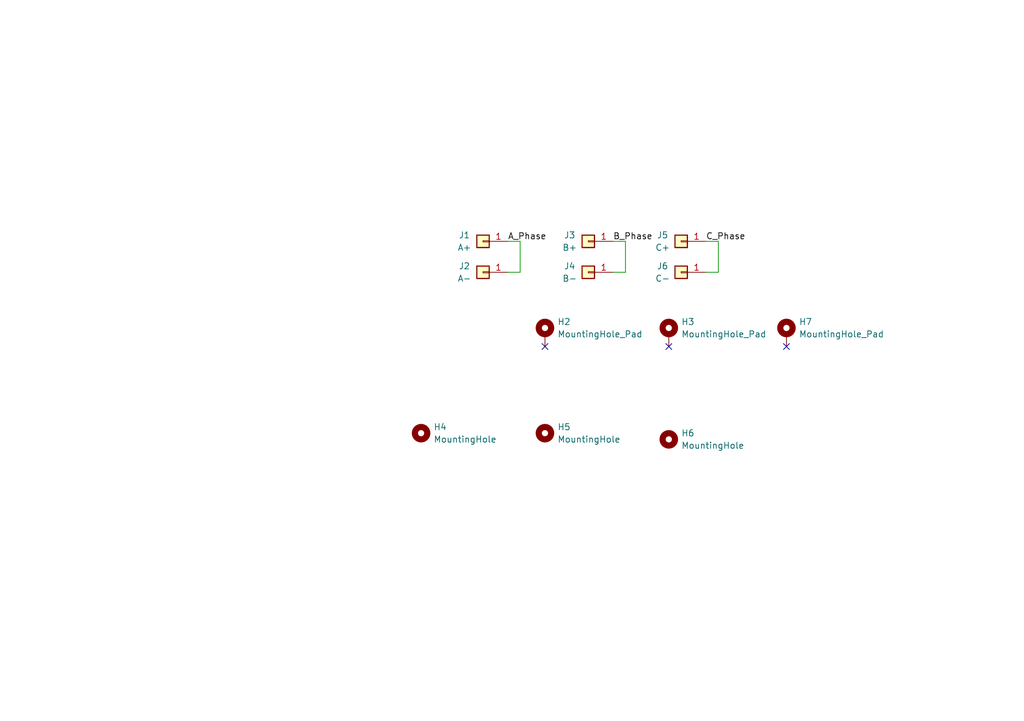
<source format=kicad_sch>
(kicad_sch (version 20230121) (generator eeschema)
  (paper "A5")
  (title_block (title "PCB Stator (radial winding)") (rev "1.0") (comment 1 "The radial winding stator of PCB AFPMSM"))
  (lib_symbols
    (symbol "Connector_Generic:Conn_01x01" (pin_names (offset 1.016) hide)
      (property "Reference" "J" (at 0 2.54 0))
      (property "Value" "Conn_01x01" (at 0 -2.54 0))
      (symbol "Conn_01x01_1_1"
        (rectangle (start -1.27 0.127) (end 0 -0.127) (stroke (width 0.1524)))
        (rectangle (start -1.27 1.27) (end 1.27 -1.27) (stroke (width 0.254)) (fill (type background)))
        (pin passive line (at -5.08 0 0) (length 3.81) (name "Pin_1") (number "1"))
      )
    )
    (symbol "Mechanical:MountingHole" (pin_names (offset 1.016))
      (property "Reference" "H" (at 0 5.08 0))
      (property "Value" "MountingHole" (at 0 3.175 0))
      (symbol "MountingHole_0_1"
        (circle (center 0 0) (radius 1.27) (stroke (width 1.27)))
      )
    )
    (symbol "Mechanical:MountingHole_Pad" (pin_numbers hide) (pin_names (offset 1.016) hide)
      (property "Reference" "H" (at 0 6.35 0))
      (property "Value" "MountingHole_Pad" (at 0 4.445 0))
      (symbol "MountingHole_Pad_0_1"
        (circle (center 0 1.27) (radius 1.27) (stroke (width 1.27)))
      )
      (symbol "MountingHole_Pad_1_1"
        (pin input line (at 0 -2.54 90) (length 2.54) (name "1") (number "1"))
      )
    )
  )
  (no_connect (at 137.16 71.12))
  (no_connect (at 161.29 71.12))
  (no_connect (at 111.76 71.12))
  (wire (pts (xy 125.73 49.53) (xy 128.27 49.53)))
  (wire (pts (xy 106.68 55.88) (xy 104.14 55.88)))
  (wire (pts (xy 106.68 49.53) (xy 106.68 55.88)))
  (wire (pts (xy 128.27 55.88) (xy 125.73 55.88)))
  (wire (pts (xy 147.32 55.88) (xy 144.78 55.88)))
  (wire (pts (xy 144.78 49.53) (xy 147.32 49.53)))
  (wire (pts (xy 128.27 49.53) (xy 128.27 55.88)))
  (wire (pts (xy 147.32 49.53) (xy 147.32 55.88)))
  (wire (pts (xy 104.14 49.53) (xy 106.68 49.53)))
  (label "C_Phase" (at 144.78 49.53 0))
  (label "B_Phase" (at 125.73 49.53 0))
  (label "A_Phase" (at 104.14 49.53 0))
  (symbol (lib_id "Connector_Generic:Conn_01x01") (at 139.7 55.88 180) (unit 1)
    (property "Reference" "J6" (at 135.89 54.61 0))
    (property "Value" "C-" (at 135.89 57.15 0))
    (property "Footprint" "MountingHole:MountingHole_2.2mm_M2_ISO14580_Pad" (effects hide))
  )
  (symbol (lib_id "Mechanical:MountingHole_Pad") (at 137.16 68.58 0) (unit 1)
    (property "Reference" "H3" (at 139.7 66.04 0) (effects (justify left)))
    (property "Value" "MountingHole_Pad" (at 139.7 68.58 0) (effects (justify left)))
    (property "Footprint" "MountingHole:MountingHole_3.2mm_M3_ISO14580_Pad" (effects hide))
  )
  (symbol (lib_id "Mechanical:MountingHole_Pad") (at 161.29 68.58 0) (unit 1)
    (property "Reference" "H7" (at 163.83 66.04 0) (effects (justify left)))
    (property "Value" "MountingHole_Pad" (at 163.83 68.58 0) (effects (justify left)))
    (property "Footprint" "MountingHole:MountingHole_3.2mm_M3_ISO14580_Pad" (effects hide))
  )
  (symbol (lib_id "Mechanical:MountingHole") (at 137.16 90.17 0) (unit 1)
    (property "Reference" "H6" (at 139.7 88.9 0) (effects (justify left)))
    (property "Value" "MountingHole" (at 139.7 91.44 0) (effects (justify left)))
    (property "Footprint" "MountingHole:MountingHole_2.2mm_M2_ISO14580" (effects hide))
  )
  (symbol (lib_id "Connector_Generic:Conn_01x01") (at 99.06 55.88 180) (unit 1)
    (property "Reference" "J2" (at 95.25 54.61 0))
    (property "Value" "A-" (at 95.25 57.15 0))
    (property "Footprint" "MountingHole:MountingHole_2.2mm_M2_ISO14580_Pad" (effects hide))
  )
  (symbol (lib_id "Mechanical:MountingHole_Pad") (at 111.76 68.58 0) (unit 1)
    (property "Reference" "H2" (at 114.3 66.04 0) (effects (justify left)))
    (property "Value" "MountingHole_Pad" (at 114.3 68.58 0) (effects (justify left)))
    (property "Footprint" "MountingHole:MountingHole_3.2mm_M3_ISO14580_Pad" (effects hide))
  )
  (symbol (lib_id "Connector_Generic:Conn_01x01") (at 99.06 49.53 180) (unit 1)
    (property "Reference" "J1" (at 95.25 48.26 0))
    (property "Value" "A+" (at 95.25 50.8 0))
    (property "Footprint" "MountingHole:MountingHole_2.2mm_M2_ISO14580_Pad" (effects hide))
  )
  (symbol (lib_id "Mechanical:MountingHole") (at 111.76 88.9 0) (unit 1)
    (property "Reference" "H5" (at 114.3 87.63 0) (effects (justify left)))
    (property "Value" "MountingHole" (at 114.3 90.17 0) (effects (justify left)))
    (property "Footprint" "MountingHole:MountingHole_2.2mm_M2_ISO14580" (effects hide))
  )
  (symbol (lib_id "Connector_Generic:Conn_01x01") (at 120.65 49.53 180) (unit 1)
    (property "Reference" "J3" (at 116.84 48.26 0))
    (property "Value" "B+" (at 116.84 50.8 0))
    (property "Footprint" "MountingHole:MountingHole_2.2mm_M2_ISO14580_Pad" (effects hide))
  )
  (symbol (lib_id "Connector_Generic:Conn_01x01") (at 139.7 49.53 180) (unit 1)
    (property "Reference" "J5" (at 135.89 48.26 0))
    (property "Value" "C+" (at 135.89 50.8 0))
    (property "Footprint" "MountingHole:MountingHole_2.2mm_M2_ISO14580_Pad" (effects hide))
  )
  (symbol (lib_id "Connector_Generic:Conn_01x01") (at 120.65 55.88 180) (unit 1)
    (property "Reference" "J4" (at 116.84 54.61 0))
    (property "Value" "B-" (at 116.84 57.15 0))
    (property "Footprint" "MountingHole:MountingHole_2.2mm_M2_ISO14580_Pad" (effects hide))
  )
  (symbol (lib_id "Mechanical:MountingHole") (at 86.36 88.9 0) (unit 1)
    (property "Reference" "H4" (at 88.9 87.63 0) (effects (justify left)))
    (property "Value" "MountingHole" (at 88.9 90.17 0) (effects (justify left)))
    (property "Footprint" "MountingHole:MountingHole_2.2mm_M2_ISO14580" (effects hide))
  )
)
</source>
